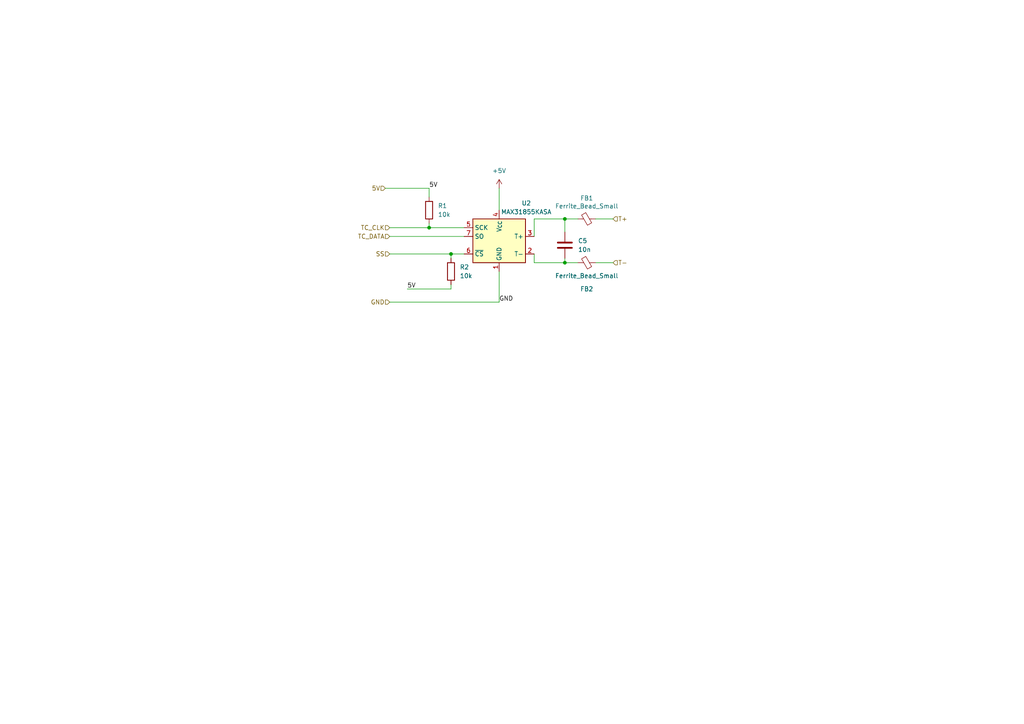
<source format=kicad_sch>
(kicad_sch (version 20250114) (generator "eeschema") (generator_version "9.0")
  (paper "A4")
  (lib_symbols
    (symbol "Device:C" (pin_numbers (hide yes)) (pin_names (offset 0.254))
      (property "Reference" "C" (at 0.635 2.54 0))
      (property "Value" "C" (at 0.635 -2.54 0))
      (symbol "C_0_1"
        (polyline (pts (xy -2.032 0.762) (xy 2.032 0.762)) (stroke (width 0.508)))
        (polyline (pts (xy -2.032 -0.762) (xy 2.032 -0.762)) (stroke (width 0.508)))
      )
      (symbol "C_1_1"
        (pin passive line (at 0 3.81 270) (length 2.794) (name "~") (number "1"))
        (pin passive line (at 0 -3.81 90) (length 2.794) (name "~") (number "2"))
      )
    )
    (symbol "Device:FerriteBead_Small" (pin_numbers (hide yes)) (pin_names (offset 0))
      (property "Reference" "FB" (at 1.905 1.27 0))
      (property "Value" "FerriteBead_Small" (at 1.905 -1.27 0))
      (symbol "FerriteBead_Small_0_1"
        (polyline (pts (xy -1.8288 0.2794) (xy -1.1176 1.4986) (xy 1.8288 -0.2032) (xy 1.1176 -1.4224) (xy -1.8288 0.2794)))
        (polyline (pts (xy 0 0.889) (xy 0 1.2954)))
        (polyline (pts (xy 0 -1.27) (xy 0 -0.7874)))
      )
      (symbol "FerriteBead_Small_1_1"
        (pin passive line (at 0 2.54 270) (length 1.27) (name "~") (number "1"))
        (pin passive line (at 0 -2.54 90) (length 1.27) (name "~") (number "2"))
      )
    )
    (symbol "Device:R" (pin_numbers (hide yes)) (pin_names (offset 0))
      (property "Reference" "R" (at 2.032 0 90))
      (property "Value" "R" (at 0 0 90))
      (symbol "R_0_1"
        (rectangle (start -1.016 -2.54) (end 1.016 2.54) (stroke (width 0.254)))
      )
      (symbol "R_1_1"
        (pin passive line (at 0 3.81 270) (length 1.27) (name "~") (number "1"))
        (pin passive line (at 0 -3.81 90) (length 1.27) (name "~") (number "2"))
      )
    )
    (symbol "Sensor_Temperature:MAX31855KASA"
      (property "Reference" "U" (at -7.62 8.89 0))
      (property "Value" "MAX31855KASA" (at 1.27 8.89 0))
      (symbol "MAX31855KASA_0_1"
        (rectangle (start -7.62 7.62) (end 7.62 -5.08) (stroke (width 0.254)) (fill (type background)))
      )
      (symbol "MAX31855KASA_1_1"
        (pin passive line (at -10.16 2.54 0) (length 2.54) (name "T+") (number "3"))
        (pin passive line (at -10.16 -2.54 0) (length 2.54) (name "T-") (number "2"))
        (pin no_connect line (at -7.62 5.08 0) (length 2.54) (hide yes) (name "NC") (number "8"))
        (pin power_in line (at 0 10.16 270) (length 2.54) (name "V_{CC}") (number "4"))
        (pin power_in line (at 0 -7.62 90) (length 2.54) (name "GND") (number "1"))
        (pin input line (at 10.16 5.08 180) (length 2.54) (name "SCK") (number "5"))
        (pin tri_state line (at 10.16 2.54 180) (length 2.54) (name "SO") (number "7"))
        (pin input line (at 10.16 -2.54 180) (length 2.54) (name "~{CS}") (number "6"))
      )
    )
    (symbol "power:+5V" (power) (pin_numbers (hide yes)) (pin_names (offset 0) (hide yes))
      (property "Value" "+5V" (at 0 3.556 0))
      (symbol "+5V_0_1"
        (polyline (pts (xy -0.762 1.27) (xy 0 2.54)))
        (polyline (pts (xy 0 2.54) (xy 0.762 1.27)))
        (polyline (pts (xy 0 0) (xy 0 2.54)))
      )
      (symbol "+5V_1_1"
        (pin power_in line (at 0 0 90) (length 0) (name "~") (number "1"))
      )
    )
  )
  (junction (at 124.46 66.04))
  (junction (at 163.83 63.5))
  (junction (at 163.83 76.2))
  (junction (at 130.81 73.66))
  (wire (pts (xy 163.83 63.5) (xy 163.83 67.31)))
  (wire (pts (xy 130.81 73.66) (xy 113.03 73.66)))
  (wire (pts (xy 172.72 76.2) (xy 177.8 76.2)))
  (wire (pts (xy 154.94 73.66) (xy 154.94 76.2)))
  (wire (pts (xy 144.78 54.61) (xy 144.78 60.96)))
  (wire (pts (xy 124.46 64.77) (xy 124.46 66.04)))
  (wire (pts (xy 118.11 83.82) (xy 130.81 83.82)))
  (wire (pts (xy 113.03 66.04) (xy 124.46 66.04)))
  (wire (pts (xy 167.64 76.2) (xy 163.83 76.2)))
  (wire (pts (xy 130.81 74.93) (xy 130.81 73.66)))
  (wire (pts (xy 154.94 63.5) (xy 163.83 63.5)))
  (wire (pts (xy 163.83 76.2) (xy 163.83 74.93)))
  (wire (pts (xy 130.81 83.82) (xy 130.81 82.55)))
  (wire (pts (xy 134.62 68.58) (xy 113.03 68.58)))
  (wire (pts (xy 154.94 76.2) (xy 163.83 76.2)))
  (wire (pts (xy 111.76 54.61) (xy 124.46 54.61)))
  (wire (pts (xy 154.94 68.58) (xy 154.94 63.5)))
  (wire (pts (xy 177.8 63.5) (xy 172.72 63.5)))
  (wire (pts (xy 124.46 54.61) (xy 124.46 57.15)))
  (wire (pts (xy 113.03 87.63) (xy 144.78 87.63)))
  (wire (pts (xy 144.78 78.74) (xy 144.78 87.63)))
  (wire (pts (xy 134.62 66.04) (xy 124.46 66.04)))
  (wire (pts (xy 167.64 63.5) (xy 163.83 63.5)))
  (wire (pts (xy 134.62 73.66) (xy 130.81 73.66)))
  (label "GND" (at 144.78 87.63 0))
  (label "5V" (at 118.11 83.82 0))
  (label "5V" (at 124.46 54.61 0))
  (hierarchical_label "TC_CLK" (shape input) (at 113.03 66.04 180))
  (hierarchical_label "SS" (shape input) (at 113.03 73.66 180))
  (hierarchical_label "TC_DATA" (shape input) (at 113.03 68.58 180))
  (hierarchical_label "5V" (shape input) (at 111.76 54.61 180))
  (hierarchical_label "T-" (shape input) (at 177.8 76.2 0))
  (hierarchical_label "T+" (shape input) (at 177.8 63.5 0))
  (hierarchical_label "GND" (shape input) (at 113.03 87.63 180))
  (symbol (lib_id "Sensor_Temperature:MAX31855KASA") (at 144.78 71.12 0) (mirror y) (unit 1)
    (property "Reference" "U2" (at 152.654 58.928 0))
    (property "Value" "MAX31855KASA" (at 152.654 61.468 0))
    (property "Footprint" "Package_SO:SOIC-8_3.9x4.9mm_P1.27mm" (effects (hide yes)))
    (property "Datasheet" "http://datasheets.maximintegrated.com/en/ds/MAX31855.pdf" (effects (hide yes)))
    (property "Description" "Cold Junction K-type Thermocouple Interface, SPI, SOIC-8" (effects (hide yes)))
    (property "TC_DATAsheet" "http://TC_DATAsheets.maximintegrated.com/en/ds/MAX31855.pdf" (effects (hide yes)))
    (instances (project "BREAD_Slice" (path "" (reference "U2") (unit 1)) (path "" (reference "U3") (unit 1))))
  )
  (symbol (lib_id "Device:C") (at 163.83 71.12 0) (unit 1)
    (property "Reference" "C5" (at 167.64 69.8499 0) (effects (justify left)))
    (property "Value" "10n" (at 167.64 72.3899 0) (effects (justify left)))
    (property "Footprint" "Capacitor_SMD:C_1206_3216Metric_Pad1.33x1.80mm_HandSolder" (effects (hide yes)))
    (property "Description" "Unpolarized capacitor" (effects (hide yes)))
    (instances (project "" (path "" (reference "C5") (unit 1)) (path "" (reference "C6") (unit 1))))
  )
  (symbol (lib_id "power:+5V") (at 144.78 54.61 0) (unit 1)
    (property "Reference" "#PWR024" (effects (hide yes)))
    (property "Value" "+5V" (at 144.78 49.53 0))
    (property "Description" "Power symbol creates a global label with name \"+5V\"" (effects (hide yes)))
    (instances (project "BREAD_Slice" (path "" (reference "#PWR024") (unit 1)) (path "" (reference "#PWR025") (unit 1))))
  )
  (symbol (lib_id "Device:R") (at 130.81 78.74 0) (unit 1)
    (property "Reference" "R2" (at 133.35 77.4699 0) (effects (justify left)))
    (property "Value" "10k" (at 133.35 80.0099 0) (effects (justify left)))
    (property "Footprint" "Resistor_SMD:R_1206_3216Metric_Pad1.30x1.75mm_HandSolder" (effects (hide yes)))
    (property "Description" "Resistor" (effects (hide yes)))
    (instances (project "BREAD_Slice" (path "" (reference "R2") (unit 1)) (path "" (reference "R4") (unit 1))))
  )
  (symbol (lib_id "Device:FerriteBead_Small") (at 170.18 63.5 90) (mirror x) (unit 1)
    (property "Reference" "FB1" (at 170.18 57.4802 90))
    (property "Value" "Ferrite_Bead_Small" (at 170.18 59.7916 90))
    (property "Footprint" "Resistor_SMD:R_1206_3216Metric_Pad1.30x1.75mm_HandSolder" (effects (hide yes)))
    (property "Description" "Ferrite bead, small symbol" (effects (hide yes)))
    (instances (project "BREAD_Slice" (path "" (reference "FB1") (unit 1)) (path "" (reference "FB3") (unit 1))))
  )
  (symbol (lib_id "Device:FerriteBead_Small") (at 170.18 76.2 90) (mirror x) (unit 1)
    (property "Reference" "FB2" (at 170.18 83.82 90))
    (property "Value" "Ferrite_Bead_Small" (at 170.18 80.01 90))
    (property "Footprint" "Resistor_SMD:R_1206_3216Metric_Pad1.30x1.75mm_HandSolder" (effects (hide yes)))
    (property "Description" "Ferrite bead, small symbol" (effects (hide yes)))
    (instances (project "BREAD_Slice" (path "" (reference "FB2") (unit 1)) (path "" (reference "FB4") (unit 1))))
  )
  (symbol (lib_id "Device:R") (at 124.46 60.96 0) (unit 1)
    (property "Reference" "R1" (at 127 59.6899 0) (effects (justify left)))
    (property "Value" "10k" (at 127 62.2299 0) (effects (justify left)))
    (property "Footprint" "Resistor_SMD:R_1206_3216Metric_Pad1.30x1.75mm_HandSolder" (effects (hide yes)))
    (property "Description" "Resistor" (effects (hide yes)))
    (instances (project "" (path "" (reference "R1") (unit 1)) (path "" (reference "R3") (unit 1))))
  )
)
</source>
